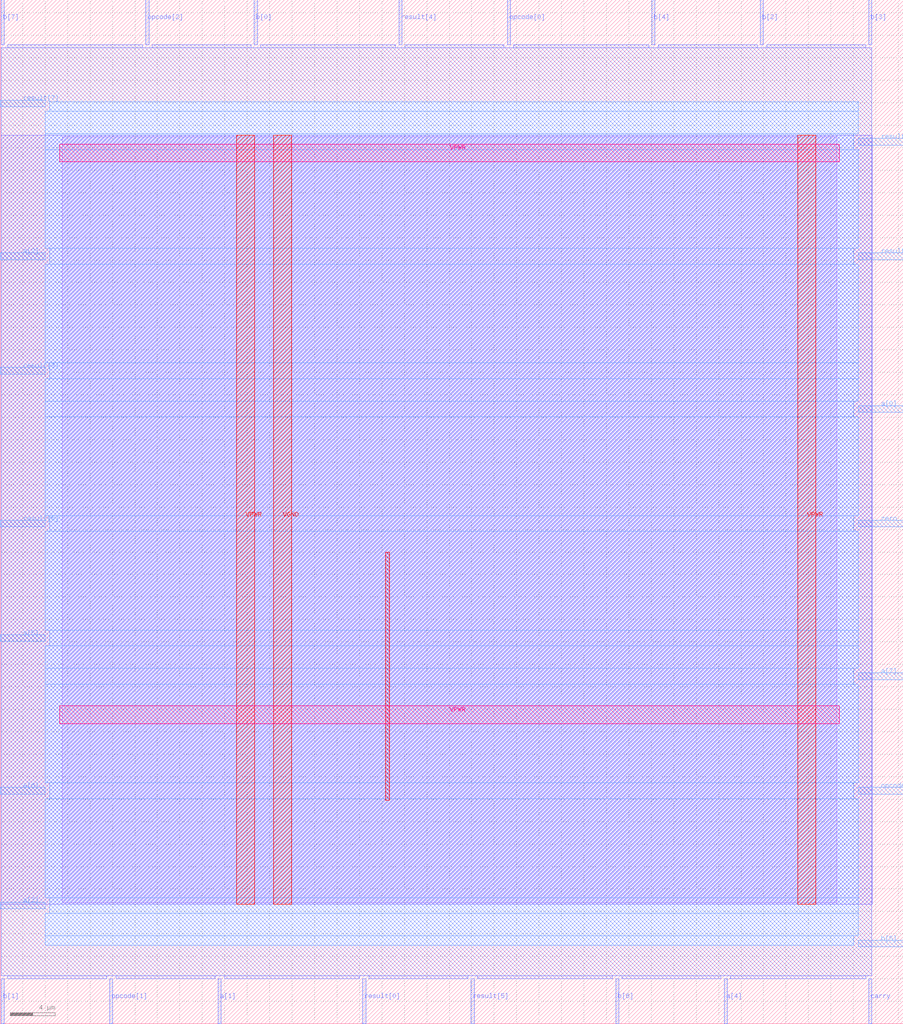
<source format=lef>
VERSION 5.7 ;
  NOWIREEXTENSIONATPIN ON ;
  DIVIDERCHAR "/" ;
  BUSBITCHARS "[]" ;
MACRO alu8bit
  CLASS BLOCK ;
  FOREIGN alu8bit ;
  ORIGIN 0.000 0.000 ;
  SIZE 80.445 BY 91.165 ;
  PIN VGND
    DIRECTION INOUT ;
    USE GROUND ;
    PORT
      LAYER met4 ;
        RECT 24.340 10.640 25.940 79.120 ;
    END
  END VGND
  PIN VPWR
    DIRECTION INOUT ;
    USE POWER ;
    PORT
      LAYER met4 ;
        RECT 21.040 10.640 22.640 79.120 ;
    END
    PORT
      LAYER met4 ;
        RECT 71.040 10.640 72.640 79.120 ;
    END
    PORT
      LAYER met5 ;
        RECT 5.280 26.730 74.760 28.330 ;
    END
    PORT
      LAYER met5 ;
        RECT 5.280 76.730 74.760 78.330 ;
    END
  END VPWR
  PIN a[0]
    DIRECTION INPUT ;
    USE SIGNAL ;
    ANTENNAGATEAREA 0.247500 ;
    PORT
      LAYER met3 ;
        RECT 76.445 54.440 80.445 55.040 ;
    END
  END a[0]
  PIN a[1]
    DIRECTION INPUT ;
    USE SIGNAL ;
    ANTENNAGATEAREA 0.159000 ;
    PORT
      LAYER met2 ;
        RECT 19.410 0.000 19.690 4.000 ;
    END
  END a[1]
  PIN a[2]
    DIRECTION INPUT ;
    USE SIGNAL ;
    ANTENNAGATEAREA 0.247500 ;
    PORT
      LAYER met3 ;
        RECT 0.000 68.040 4.000 68.640 ;
    END
  END a[2]
  PIN a[3]
    DIRECTION INPUT ;
    USE SIGNAL ;
    ANTENNAGATEAREA 0.213000 ;
    PORT
      LAYER met3 ;
        RECT 0.000 10.240 4.000 10.840 ;
    END
  END a[3]
  PIN a[4]
    DIRECTION INPUT ;
    USE SIGNAL ;
    ANTENNAGATEAREA 0.247500 ;
    PORT
      LAYER met2 ;
        RECT 64.490 0.000 64.770 4.000 ;
    END
  END a[4]
  PIN a[5]
    DIRECTION INPUT ;
    USE SIGNAL ;
    ANTENNAGATEAREA 0.495000 ;
    PORT
      LAYER met3 ;
        RECT 0.000 34.040 4.000 34.640 ;
    END
  END a[5]
  PIN a[6]
    DIRECTION INPUT ;
    USE SIGNAL ;
    ANTENNAGATEAREA 0.159000 ;
    PORT
      LAYER met3 ;
        RECT 0.000 20.440 4.000 21.040 ;
    END
  END a[6]
  PIN a[7]
    DIRECTION INPUT ;
    USE SIGNAL ;
    ANTENNAGATEAREA 0.213000 ;
    PORT
      LAYER met3 ;
        RECT 76.445 30.640 80.445 31.240 ;
    END
  END a[7]
  PIN b[0]
    DIRECTION INPUT ;
    USE SIGNAL ;
    ANTENNAGATEAREA 0.196500 ;
    PORT
      LAYER met2 ;
        RECT 22.630 87.165 22.910 91.165 ;
    END
  END b[0]
  PIN b[1]
    DIRECTION INPUT ;
    USE SIGNAL ;
    ANTENNAGATEAREA 0.213000 ;
    PORT
      LAYER met2 ;
        RECT 0.090 0.000 0.370 4.000 ;
    END
  END b[1]
  PIN b[2]
    DIRECTION INPUT ;
    USE SIGNAL ;
    ANTENNAGATEAREA 0.213000 ;
    PORT
      LAYER met2 ;
        RECT 67.710 87.165 67.990 91.165 ;
    END
  END b[2]
  PIN b[3]
    DIRECTION INPUT ;
    USE SIGNAL ;
    ANTENNAGATEAREA 0.159000 ;
    PORT
      LAYER met2 ;
        RECT 77.370 87.165 77.650 91.165 ;
    END
  END b[3]
  PIN b[4]
    DIRECTION INPUT ;
    USE SIGNAL ;
    ANTENNAGATEAREA 0.213000 ;
    PORT
      LAYER met2 ;
        RECT 58.050 87.165 58.330 91.165 ;
    END
  END b[4]
  PIN b[5]
    DIRECTION INPUT ;
    USE SIGNAL ;
    ANTENNAGATEAREA 0.495000 ;
    PORT
      LAYER met3 ;
        RECT 76.445 6.840 80.445 7.440 ;
    END
  END b[5]
  PIN b[6]
    DIRECTION INPUT ;
    USE SIGNAL ;
    ANTENNAGATEAREA 0.196500 ;
    PORT
      LAYER met2 ;
        RECT 54.830 0.000 55.110 4.000 ;
    END
  END b[6]
  PIN b[7]
    DIRECTION INPUT ;
    USE SIGNAL ;
    ANTENNAGATEAREA 0.196500 ;
    PORT
      LAYER met2 ;
        RECT 0.090 87.165 0.370 91.165 ;
    END
  END b[7]
  PIN carry
    DIRECTION OUTPUT TRISTATE ;
    USE SIGNAL ;
    ANTENNADIFFAREA 0.795200 ;
    PORT
      LAYER met2 ;
        RECT 77.370 0.000 77.650 4.000 ;
    END
  END carry
  PIN opcode[0]
    DIRECTION INPUT ;
    USE SIGNAL ;
    ANTENNAGATEAREA 0.196500 ;
    PORT
      LAYER met2 ;
        RECT 45.170 87.165 45.450 91.165 ;
    END
  END opcode[0]
  PIN opcode[1]
    DIRECTION INPUT ;
    USE SIGNAL ;
    ANTENNAGATEAREA 0.196500 ;
    PORT
      LAYER met2 ;
        RECT 9.750 0.000 10.030 4.000 ;
    END
  END opcode[1]
  PIN opcode[2]
    DIRECTION INPUT ;
    USE SIGNAL ;
    ANTENNAGATEAREA 0.196500 ;
    PORT
      LAYER met2 ;
        RECT 12.970 87.165 13.250 91.165 ;
    END
  END opcode[2]
  PIN opcode[3]
    DIRECTION INPUT ;
    USE SIGNAL ;
    ANTENNAGATEAREA 0.196500 ;
    PORT
      LAYER met3 ;
        RECT 76.445 20.440 80.445 21.040 ;
    END
  END opcode[3]
  PIN result[0]
    DIRECTION OUTPUT TRISTATE ;
    USE SIGNAL ;
    ANTENNADIFFAREA 0.795200 ;
    PORT
      LAYER met2 ;
        RECT 32.290 0.000 32.570 4.000 ;
    END
  END result[0]
  PIN result[1]
    DIRECTION OUTPUT TRISTATE ;
    USE SIGNAL ;
    ANTENNADIFFAREA 0.795200 ;
    PORT
      LAYER met3 ;
        RECT 76.445 68.040 80.445 68.640 ;
    END
  END result[1]
  PIN result[2]
    DIRECTION OUTPUT TRISTATE ;
    USE SIGNAL ;
    ANTENNADIFFAREA 0.795200 ;
    PORT
      LAYER met3 ;
        RECT 76.445 78.240 80.445 78.840 ;
    END
  END result[2]
  PIN result[3]
    DIRECTION OUTPUT TRISTATE ;
    USE SIGNAL ;
    ANTENNADIFFAREA 0.795200 ;
    PORT
      LAYER met3 ;
        RECT 0.000 57.840 4.000 58.440 ;
    END
  END result[3]
  PIN result[4]
    DIRECTION OUTPUT TRISTATE ;
    USE SIGNAL ;
    ANTENNADIFFAREA 0.795200 ;
    PORT
      LAYER met2 ;
        RECT 35.510 87.165 35.790 91.165 ;
    END
  END result[4]
  PIN result[5]
    DIRECTION OUTPUT TRISTATE ;
    USE SIGNAL ;
    ANTENNADIFFAREA 0.795200 ;
    PORT
      LAYER met2 ;
        RECT 41.950 0.000 42.230 4.000 ;
    END
  END result[5]
  PIN result[6]
    DIRECTION OUTPUT TRISTATE ;
    USE SIGNAL ;
    ANTENNADIFFAREA 0.795200 ;
    PORT
      LAYER met3 ;
        RECT 0.000 44.240 4.000 44.840 ;
    END
  END result[6]
  PIN result[7]
    DIRECTION OUTPUT TRISTATE ;
    USE SIGNAL ;
    ANTENNADIFFAREA 0.795200 ;
    PORT
      LAYER met3 ;
        RECT 0.000 81.640 4.000 82.240 ;
    END
  END result[7]
  PIN zero
    DIRECTION OUTPUT TRISTATE ;
    USE SIGNAL ;
    ANTENNADIFFAREA 1.336500 ;
    PORT
      LAYER met3 ;
        RECT 76.445 44.240 80.445 44.840 ;
    END
  END zero
  OBS
      LAYER li1 ;
        RECT 5.520 10.795 74.520 78.965 ;
      LAYER met1 ;
        RECT 0.070 10.640 77.670 79.120 ;
      LAYER met2 ;
        RECT 0.650 86.885 12.690 87.165 ;
        RECT 13.530 86.885 22.350 87.165 ;
        RECT 23.190 86.885 35.230 87.165 ;
        RECT 36.070 86.885 44.890 87.165 ;
        RECT 45.730 86.885 57.770 87.165 ;
        RECT 58.610 86.885 67.430 87.165 ;
        RECT 68.270 86.885 77.090 87.165 ;
        RECT 0.100 4.280 77.640 86.885 ;
        RECT 0.650 4.000 9.470 4.280 ;
        RECT 10.310 4.000 19.130 4.280 ;
        RECT 19.970 4.000 32.010 4.280 ;
        RECT 32.850 4.000 41.670 4.280 ;
        RECT 42.510 4.000 54.550 4.280 ;
        RECT 55.390 4.000 64.210 4.280 ;
        RECT 65.050 4.000 77.090 4.280 ;
      LAYER met3 ;
        RECT 4.400 81.240 76.445 82.105 ;
        RECT 4.000 79.240 76.445 81.240 ;
        RECT 4.000 77.840 76.045 79.240 ;
        RECT 4.000 69.040 76.445 77.840 ;
        RECT 4.400 67.640 76.045 69.040 ;
        RECT 4.000 58.840 76.445 67.640 ;
        RECT 4.400 57.440 76.445 58.840 ;
        RECT 4.000 55.440 76.445 57.440 ;
        RECT 4.000 54.040 76.045 55.440 ;
        RECT 4.000 45.240 76.445 54.040 ;
        RECT 4.400 43.840 76.045 45.240 ;
        RECT 4.000 35.040 76.445 43.840 ;
        RECT 4.400 33.640 76.445 35.040 ;
        RECT 4.000 31.640 76.445 33.640 ;
        RECT 4.000 30.240 76.045 31.640 ;
        RECT 4.000 21.440 76.445 30.240 ;
        RECT 4.400 20.040 76.045 21.440 ;
        RECT 4.000 11.240 76.445 20.040 ;
        RECT 4.400 9.840 76.445 11.240 ;
        RECT 4.000 7.840 76.445 9.840 ;
        RECT 4.000 6.975 76.045 7.840 ;
      LAYER met4 ;
        RECT 34.335 19.895 34.665 41.985 ;
  END
END alu8bit
END LIBRARY


</source>
